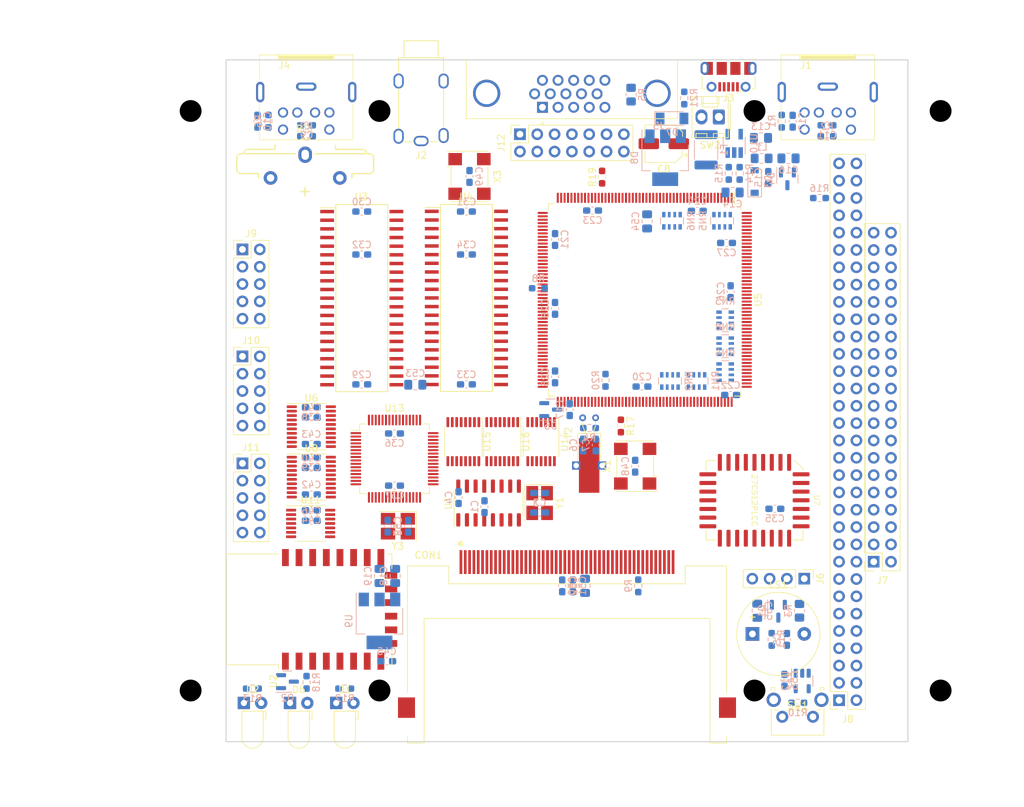
<source format=kicad_pcb>
(kicad_pcb (version 20210424) (generator pcbnew)
  (layers (0 "F.Cu" signal) (1 "In1.Cu" signal) (2 "In2.Cu" signal) (31 "B.Cu" signal) (34 "B.Paste" user) (35 "F.Paste" user) (36 "B.SilkS" user "B.Silkscreen") (37 "F.SilkS" user "F.Silkscreen") (38 "B.Mask" user) (39 "F.Mask" user) (44 "Edge.Cuts" user))
  (net 0 "")
  (net 1 "GND")
  (net 2 "Net-(C1-Pad2)")
  (net 3 "+5V")
  (net 4 "Net-(D2-Pad2)")
  (net 5 "Net-(J11-Pad4)")
  (net 6 "/USB_DM")
  (net 7 "/USB_DP")
  (net 8 "/DACK1")
  (net 9 "/DACK0")
  (net 10 "Net-(C5-Pad1)")
  (net 11 "Net-(C2-Pad1)")
  (net 12 "Net-(C3-Pad1)")
  (net 13 "Net-(D1-Pad2)")
  (net 14 "Net-(J6-Pad1)")
  (net 15 "Net-(J6-Pad2)")
  (net 16 "Net-(Q1-Pad1)")
  (net 17 "+BATT")
  (net 18 "Net-(F1-Pad2)")
  (net 19 "+3V3")
  (net 20 "Net-(C6-Pad1)")
  (net 21 "Net-(C7-Pad1)")
  (net 22 "/MEMW")
  (net 23 "/MEMR")
  (net 24 "/REFRESH")
  (net 25 "/MEMCS16")
  (net 26 "/MASTER")
  (net 27 "/IOCS16")
  (net 28 "/DACK5")
  (net 29 "/TC")
  (net 30 "/IOCHRDY")
  (net 31 "/AEN")
  (net 32 "/SD8")
  (net 33 "/SD9")
  (net 34 "/SD10")
  (net 35 "/SD11")
  (net 36 "/SD12")
  (net 37 "/SD13")
  (net 38 "/SD14")
  (net 39 "/SD15")
  (net 40 "/KBSJ")
  (net 41 "/XD7")
  (net 42 "/XD6")
  (net 43 "/XD5")
  (net 44 "/XD4")
  (net 45 "/XD3")
  (net 46 "/BD15")
  (net 47 "/BD14")
  (net 48 "/BD13")
  (net 49 "/BD12")
  (net 50 "/BD11")
  (net 51 "/BD10")
  (net 52 "/BD9")
  (net 53 "/BD8")
  (net 54 "/BD7")
  (net 55 "/BD6")
  (net 56 "/BD5")
  (net 57 "/BD4")
  (net 58 "/BD3")
  (net 59 "/BD2")
  (net 60 "/BD1")
  (net 61 "/BD0")
  (net 62 "/XD2")
  (net 63 "/XD1")
  (net 64 "/XD0")
  (net 65 "/SD7")
  (net 66 "/SD6")
  (net 67 "/SD5")
  (net 68 "/SD4")
  (net 69 "/SD3")
  (net 70 "/SD2")
  (net 71 "/SD1")
  (net 72 "/SD0")
  (net 73 "/SA15")
  (net 74 "/SA14")
  (net 75 "/SA13")
  (net 76 "/SA12")
  (net 77 "/SA11")
  (net 78 "/SA10")
  (net 79 "/SA9")
  (net 80 "/SA8")
  (net 81 "/SA7")
  (net 82 "/SA6")
  (net 83 "/SA5")
  (net 84 "/SA4")
  (net 85 "/SA3")
  (net 86 "/SA2")
  (net 87 "/SA1")
  (net 88 "/SA0")
  (net 89 "/SPKR")
  (net 90 "/WEJ")
  (net 91 "/RASJ0")
  (net 92 "/MA0")
  (net 93 "/MA1")
  (net 94 "/MA2")
  (net 95 "/MA3")
  (net 96 "/MA4")
  (net 97 "/MA5")
  (net 98 "/MA6")
  (net 99 "/MA7")
  (net 100 "/MA8")
  (net 101 "/MA9")
  (net 102 "/CAS0J1")
  (net 103 "/CAS0J0")
  (net 104 "/CAS1J0")
  (net 105 "/CAS1J1")
  (net 106 "/RASJ1")
  (net 107 "/MSCLK")
  (net 108 "/KBCLK")
  (net 109 "/KBDAT")
  (net 110 "/MSDAT")
  (net 111 "Net-(C15-Pad1)")
  (net 112 "Net-(C15-Pad2)")
  (net 113 "Net-(R14-Pad2)")
  (net 114 "/LA23")
  (net 115 "/LA22")
  (net 116 "/LA21")
  (net 117 "/LA20")
  (net 118 "/LA19")
  (net 119 "/LA18")
  (net 120 "/LA17")
  (net 121 "-12V")
  (net 122 "+12V")
  (net 123 "/SMEMW")
  (net 124 "/IOW")
  (net 125 "/SMEMR")
  (net 126 "/RESETL")
  (net 127 "/IRQ14")
  (net 128 "/IOR")
  (net 129 "/HDCS0")
  (net 130 "/HDCS1")
  (net 131 "Net-(J3-Pad1)")
  (net 132 "/~CF_BUSY")
  (net 133 "Net-(CON1-Pad46)")
  (net 134 "Net-(BT1-Pad1)")
  (net 135 "/DRQ7")
  (net 136 "/VGA_R")
  (net 137 "/VGA_G")
  (net 138 "/VGA_B")
  (net 139 "/DACK7")
  (net 140 "/SND_R")
  (net 141 "/RI1")
  (net 142 "/SBHE")
  (net 143 "/DRQ6")
  (net 144 "/DACK6")
  (net 145 "/DRQ5")
  (net 146 "/DRQ0")
  (net 147 "/DACK2")
  (net 148 "/DRQ1")
  (net 149 "/DRQ3")
  (net 150 "/DACK3")
  (net 151 "/DRQ2")
  (net 152 "/UART_INTA")
  (net 153 "/RX1")
  (net 154 "/0x3F8")
  (net 155 "/TX1")
  (net 156 "/0x2F8")
  (net 157 "/RX2")
  (net 158 "/UART_INTB")
  (net 159 "/UART_INTC")
  (net 160 "/0x3E8")
  (net 161 "/0x2E8")
  (net 162 "/UART_INTD")
  (net 163 "/TX2")
  (net 164 "/DSRA")
  (net 165 "Net-(U13-Pad25)")
  (net 166 "/CTSA")
  (net 167 "Net-(U15-Pad7)")
  (net 168 "/DTRA")
  (net 169 "/RTSA")
  (net 170 "/TXA")
  (net 171 "/TXB")
  (net 172 "/RTSB")
  (net 173 "/DTRB")
  (net 174 "/CTSB")
  (net 175 "/DSRB")
  (net 176 "/CDB")
  (net 177 "/RIB")
  (net 178 "/RXB")
  (net 179 "/CTS1")
  (net 180 "/RTS1")
  (net 181 "/DSR1")
  (net 182 "/DTR1")
  (net 183 "/DCD1")
  (net 184 "/RI2")
  (net 185 "/CTS2")
  (net 186 "/RTS2")
  (net 187 "/DSR2")
  (net 188 "/DTR2")
  (net 189 "/DCD2")
  (net 190 "/VGA_MON")
  (net 191 "Net-(J11-Pad1)")
  (net 192 "Net-(J11-Pad8)")
  (net 193 "Net-(J11-Pad6)")
  (net 194 "Net-(J12-Pad6)")
  (net 195 "/SND_L")
  (net 196 "Net-(J5-Pad9)")
  (net 197 "/RXA")
  (net 198 "/RIA")
  (net 199 "/VGA_HS")
  (net 200 "/VGA_VS")
  (net 201 "/CDA")
  (net 202 "/IRQ9")
  (net 203 "/IRQ7")
  (net 204 "/IRQ6")
  (net 205 "/IRQ5")
  (net 206 "/IRQ4")
  (net 207 "/IRQ3")
  (net 208 "/IRQ10")
  (net 209 "/IRQ11")
  (net 210 "/IRQ15")
  (net 211 "/SA19")
  (net 212 "/SA18")
  (net 213 "/SA17")
  (net 214 "/SA16")
  (net 215 "/IOCHCK")
  (net 216 "/RSTDRV")
  (net 217 "/NOWS")
  (net 218 "/SYSCLK")
  (net 219 "/BALE")
  (net 220 "/14MHz")
  (net 221 "/ESP_TX")
  (net 222 "/ESP_RX")
  (net 223 "/ESP_CTS")
  (net 224 "/ESP_RTS")
  (net 225 "Net-(R10-Pad2)")
  (net 226 "/RXC")
  (net 227 "/TXC")
  (net 228 "/RTSC")
  (net 229 "/DTRC")
  (net 230 "/DSRC")
  (net 231 "/CTSC")
  (net 232 "/CLK2")
  (net 233 "/PWG")
  (net 234 "/CTSD")
  (net 235 "/RTSD")
  (net 236 "/TXD")
  (net 237 "/RXD")
  (net 238 "Net-(D6-Pad1)")
  (net 239 "Net-(D6-Pad2)")
  (net 240 "/ESP_RST")
  (net 241 "Net-(J8-Pad59)")
  (net 242 "Net-(D7-Pad2)")
  (net 243 "Net-(U13-Pad46)")
  (net 244 "Net-(R17-Pad1)")
  (net 245 "Net-(R19-Pad1)")
  (net 246 "Net-(U13-Pad26)")
  (footprint "Connector_PinHeader_2.54mm:PinHeader_2x05_P2.54mm_Vertical" (layer "F.Cu") (at 101.8 91.0925)
    (fp_text reference "J10")
    (fp_text value "COM2")
  )
  (footprint "Crystal:Crystal_C38-LF_D3.0mm_L8.0mm_Horizontal_1EP_style2" (layer "F.Cu") (at 151.7 100.1)
    (fp_text reference "Y2")
    (fp_text value "32768 Hz")
  )
  (footprint "RF_Module:ESP-12E" (layer "F.Cu") (at 111.6 128.2 90)
    (fp_text reference "U2")
    (fp_text value "ESP-12E")
  )
  (footprint "Package_SO:SOIC-16_3.9x9.9mm_P1.27mm" (layer "F.Cu") (at 137.9 112.6 90)
    (fp_text reference "U1")
    (fp_text value "CH340G")
  )
  (footprint "Connector_PinSocket_2.54mm:PinSocket_2x32_P2.54mm_Vertical" (layer "F.Cu") (at 189.31 141.525 180)
    (fp_text reference "J8")
    (fp_text value "PC104")
  )
  (footprint "my:MountingHole_3.2mm_M3_dk5.2mm_Mask" (layer "F.Cu") (at 204.2 140.1)
    (fp_text reference "H6" hide)
    (fp_text value "MountingHole")
  )
  (footprint "Package_SO:TSSOP-14_4.4x5mm_P0.65mm" (layer "F.Cu") (at 111.8 115.6)
    (fp_text reference "U11")
    (fp_text value "TXB0104PW")
  )
  (footprint "Button_Switch_THT:SW_Tactile_SPST_Angled_PTS645Vx83-2LFS" (layer "F.Cu") (at 185.475 143.9525 180)
    (fp_text reference "SW1")
    (fp_text value "SW_Push")
  )
  (footprint "Connector_Dsub:DSUB-15-HD_Female_Horizontal_P2.29x1.98mm_EdgePinOffset3.03mm_Housed_MountingHolesOffset4.94mm" (layer "F.Cu") (at 145.8 54.56 180)
    (fp_text reference "J5")
    (fp_text value "DB15_Female_HighDensity_MountingHoles")
  )
  (footprint "my:SOJ-42" (layer "F.Cu") (at 134.6 83.47)
    (fp_text reference "U4")
    (fp_text value "MSM5118160F-JS")
  )
  (footprint "my:MountingHole_3.2mm_M3_dk5.2mm_Mask" (layer "F.Cu") (at 176.9 140.1)
    (fp_text reference "H3" hide)
    (fp_text value "MountingHole")
  )
  (footprint "my:MountingHole_3.2mm_M3_dk5.2mm_Mask" (layer "F.Cu") (at 121.9 55.1)
    (fp_text reference "H1" hide)
    (fp_text value "MountingHole")
  )
  (footprint "my:SOJ-42" (layer "F.Cu") (at 119.25 83.5)
    (fp_text reference "U3")
    (fp_text value "MSM5118160F-JS")
  )
  (footprint "Resistor_SMD:R_0603_1608Metric_Pad0.98x0.95mm_HandSolder" (layer "F.Cu") (at 157.3 101.3 -90)
    (fp_text reference "R17")
    (fp_text value "22")
  )
  (footprint "Connector_USB:USB_Micro-B_Molex-105017-0001" (layer "F.Cu") (at 173.1 50.09 180)
    (fp_text reference "J3")
    (fp_text value "USB_B_Micro")
  )
  (footprint "my:PJ-322" (layer "F.Cu") (at 128 52.805)
    (fp_text reference "J2")
    (fp_text value "PJ-322")
  )
  (footprint "LED_THT:LED_D3.0mm_Horizontal_O1.27mm_Z6.0mm" (layer "F.Cu") (at 115.55 141.925)
    (fp_text reference "D1")
    (fp_text value "LED_Red")
  )
  (footprint "Package_QFP:LQFP-64_10x10mm_P0.5mm" (layer "F.Cu") (at 124.1 106.1)
    (fp_text reference "U13")
    (fp_text value "ST16C554")
  )
  (footprint "my:MountingHole_3.2mm_M3_dk5.2mm_Mask" (layer "F.Cu") (at 94.2 140.1)
    (fp_text reference "H7" hide)
    (fp_text value "MountingHole")
  )
  (footprint "Resistor_SMD:R_0603_1608Metric_Pad0.98x0.95mm_HandSolder" (layer "F.Cu") (at 154.55 64.8 90)
    (fp_text reference "R19")
    (fp_text value "22")
  )
  (footprint "Connector_PinSocket_2.54mm:PinSocket_2x07_P2.54mm_Vertical" (layer "F.Cu") (at 142.5 58.51 90)
    (fp_text reference "J12")
    (fp_text value "Conn_02x07_Odd_Even")
  )
  (footprint "Package_QFP:PQFP-208_28x28mm_P0.5mm" (layer "F.Cu") (at 160.8 82.8 -90)
    (fp_text reference "U5")
    (fp_text value "M6117D")
  )
  (footprint "Oscillator:Oscillator_SMD_SeikoEpson_SG8002CA-4Pin_7.0x5.0mm" (layer "F.Cu") (at 159.4 107.2 90)
    (fp_text reference "X1")
    (fp_text value "14.318 MHz")
  )
  (footprint "Package_SO:TSSOP-20_4.4x6.5mm_P0.65mm" (layer "F.Cu") (at 111.9 101.4)
    (fp_text reference "U6")
    (fp_text value "GD75232PW")
  )
  (footprint "my:PLCC-32_11.4x14.0mm_P1.27mm-longpads" (layer "F.Cu") (at 176.9 112.2 -90)
    (fp_text reference "U7")
    (fp_text value "27C512PLCC")
  )
  (footprint "Capacitor_SMD:CP_Elec_5x5.9" (layer "F.Cu") (at 163.6 59.9 180)
    (fp_text reference "C8")
    (fp_text value "47u")
  )
  (footprint "my:MountingHole_3.2mm_M3_dk5.2mm_Mask" (layer "F.Cu") (at 176.9 55.1)
    (fp_text reference "H2" hide)
    (fp_text value "MountingHole")
  )
  (footprint "LED_THT:LED_D3.0mm_Horizontal_O1.27mm_Z6.0mm" (layer "F.Cu") (at 108.78 141.925)
    (fp_text reference "D6")
    (fp_text value "LED_Blue")
  )
  (footprint "Package_SO:TSSOP-14_4.4x5mm_P0.65mm" (layer "F.Cu") (at 145.6 103.6 -90)
    (fp_text reference "U14")
    (fp_text value "74HCT32")
  )
  (footprint "my:TE_1734451-1-LONG" (layer "F.Cu") (at 149.4 121.2625)
    (fp_text reference "CON1")
    (fp_text value "CF-CARD-cfcard")
  )
  (footprint "my:MountingHole_3.2mm_M3_dk5.2mm_Mask" (layer "F.Cu") (at 204.2 55.1)
    (fp_text reference "H8" hide)
    (fp_text value "MountingHole")
  )
  (footprint "my:MountingHole_3.2mm_M3_dk5.2mm_Mask" (layer "F.Cu") (at 94.2 55.1)
    (fp_text reference "H5" hide)
    (fp_text value "MountingHole")
  )
  (footprint "Crystal:Crystal_SMD_SeikoEpson_TSX3225-4Pin_3.2x2.5mm_HandSoldering" (layer "F.Cu") (at 145.3875 112.6 -90)
    (fp_text reference "Y1")
    (fp_text value "12 MHz")
  )
  (footprint "Crystal:Crystal_SMD_SeikoEpson_TSX3225-4Pin_3.2x2.5mm_HandSoldering" (layer "F.Cu") (at 124.6 116 180)
    (fp_text reference "Y3")
    (fp_text value "14.7456 MHz")
  )
  (footprint "Connector_PinSocket_2.54mm:PinSocket_2x20_P2.54mm_Vertical" (layer "F.Cu") (at 194.385 121.21 180)
    (fp_text reference "J7")
    (fp_text value "PC104_16")
  )
  (footprint "my:MountingHole_3.2mm_M3_dk5.2mm_Mask" (layer "F.Cu") (at 121.9 140.1)
    (fp_text reference "H4" hide)
    (fp_text value "MountingHole")
  )
  (footprint "Connector_Molex:Molex_KK-254_AE-6410-02A_1x02_P2.54mm_Vertical" (layer "F.Cu") (at 171.67 55.98 180)
    (fp_text reference "SW2")
    (fp_text value "Jumper / Pin header 1x2 Pitch=2.54mm")
  )
  (footprint "LED_THT:LED_D3.0mm_Horizontal_O1.27mm_Z6.0mm" (layer "F.Cu") (at 102.01 141.925)
    (fp_text reference "D2")
    (fp_text value "LED_Green")
  )
  (footprint "Connector_PinHeader_2.54mm:PinHeader_2x05_P2.54mm_Vertical" (layer "F.Cu") (at 101.8 75.405)
    (fp_text reference "J9")
    (fp_text value "COM1")
  )
  (footprint "Oscillator:Oscillator_SMD_SeikoEpson_SG8002CA-4Pin_7.0x5.0mm" (layer "F.Cu") (at 135.1 64.7 -90)
    (fp_text reference "X3")
    (fp_text value "80 MHz")
  )
  (footprint "Package_SO:TSSOP-16_4.4x5mm_P0.65mm" (layer "F.Cu") (at 134.2 103.6 -90)
    (fp_text reference "U15")
    (fp_text value "74HCT138")
  )
  (footprint "my:MINI_DIN_6_33PRIMARY" (layer "F.Cu") (at 111.15 53.1)
    (fp_text reference "J4")
    (fp_text value "Mini-DIN-6" hide)
  )
  (footprint "Buzzer_Beeper:Buzzer_12x9.5RM7.6" (layer "F.Cu") (at 176.6 131.8)
    (fp_text reference "LS1")
    (fp_text value "Speaker")
  )
  (footprint "my:CR2032V" (layer "F.Cu") (at 105.92 64.9198)
    (fp_text reference "BT1")
    (fp_text value "1775485-1 or S8401-46")
  )
  (footprint "Connector_PinHeader_2.54mm:PinHeader_1x04_P2.54mm_Vertical" (layer "F.Cu") (at 184.2 123.7 -90)
    (fp_text reference "J6")
    (fp_text value "Conn_01x04")
  )
  (footprint "Package_SO:TSSOP-16_4.4x5mm_P0.65mm" (layer "F.Cu") (at 139.9 103.6 -90)
    (fp_text reference "U16")
    (fp_text value "74HCT138")
  )
  (footprint "my:MINI_DIN_6_33PRIMARY" (layer "F.Cu") (at 187.65 53.1)
    (fp_text reference "J1")
    (fp_text value "Mini-DIN-6" hide)
  )
  (footprint "Connector_PinHeader_2.54mm:PinHeader_2x05_P2.54mm_Vertical" (layer "F.Cu") (at 101.8 106.78)
    (fp_text reference "J11")
    (fp_text value "ESP")
  )
  (footprint "Package_SO:TSSOP-20_4.4x6.5mm_P0.65mm" (layer "F.Cu") (at 111.9 108.8)
    (fp_text reference "U8")
    (fp_text value "GD75232PW")
  )
  (footprint "Resistor_SMD:R_0603_1608Metric_Pad0.98x0.95mm_HandSolder" (layer "B.Cu") (at 155.05 94.6 -90)
    (fp_text reference "R20")
    (fp_text value "4.7k")
  )
  (footprint "Package_TO_SOT_SMD:SOT-23" (layer "B.Cu") (at 181.725 65.05 -90)
    (fp_text reference "D4")
    (fp_text value "BAT54S")
  )
  (footprint "Resistor_SMD:R_0805_2012Metric_Pad1.20x1.40mm_HandSolder" (layer "B.Cu") (at 183.5 128.4 -90)
    (fp_text reference "R3")
    (fp_text value "33")
  )
  (footprint "Fuse:Fuse_1812_4532Metric_Pad1.30x3.40mm_HandSolder" (layer "B.Cu") (at 169.8 60.8 90)
    (fp_text reference "F1")
    (fp_text value "2A")
  )
  (footprint "Diode_SMD:D_MiniMELF" (layer "B.Cu") (at 164.8 56.2)
    (fp_text reference "D7")
    (fp_text value "BZV55C5V6")
  )
  (footprint "Capacitor_SMD:C_0603_1608Metric_Pad1.08x0.95mm_HandSolder" (layer "B.Cu") (at 123.1 116 90)
    (fp_text reference "C57")
    (fp_text value "22p")
  )
  (footprint "Capacitor_SMD:C_0805_2012Metric_Pad1.18x1.45mm_HandSolder" (layer "B.Cu") (at 161.15 71.29 -90)
    (fp_text reference "C54")
    (fp_text value "10u")
  )
  (footprint "Resistor_SMD:R_0603_1608Metric_Pad0.98x0.95mm_HandSolder" (layer "B.Cu") (at 145.2 81.1 180)
    (fp_text reference "R8")
    (fp_text value "4.7k")
  )
  (footprint "Inductor_SMD:L_0805_2012Metric_Pad1.15x1.40mm_HandSolder" (layer "B.Cu") (at 177.95 62.05 180)
    (fp_text reference "L1")
    (fp_text value "L")
  )
  (footprint "Resistor_SMD:R_0603_1608Metric_Pad0.98x0.95mm_HandSolder" (layer "B.Cu") (at 186.4332 67.8692 180)
    (fp_text reference "R16")
    (fp_text value "22")
  )
  (footprint "Capacitor_SMD:C_0603_1608Metric_Pad1.08x0.95mm_HandSolder" (layer "B.Cu") (at 181.65 132.6 -90)
    (fp_text reference "C5")
    (fp_text value "10n")
  )
  (footprint "Capacitor_SMD:C_0603_1608Metric_Pad1.08x0.95mm_HandSolder" (layer "B.Cu") (at 145.3875 111.125)
    (fp_text reference "C2")
    (fp_text value "22p")
  )
  (footprint "Capacitor_SMD:C_0805_2012Metric_Pad1.18x1.45mm_HandSolder" (layer "B.Cu") (at 152.05 124.75 -90)
    (fp_text reference "C52")
    (fp_text value "10u")
  )
  (footprint "Resistor_SMD:R_Array_Convex_4x0603" (layer "B.Cu") (at 172.6 85.8 180)
    (fp_text reference "RN3")
    (fp_text value "4.7k")
  )
  (footprint "Capacitor_SMD:C_0603_1608Metric_Pad1.08x0.95mm_HandSolder" (layer "B.Cu") (at 122.9625 135.8 180)
    (fp_text reference "C45")
    (fp_text value "100n")
  )
  (footprint "Capacitor_SMD:C_0603_1608Metric_Pad1.08x0.95mm_HandSolder" (layer "B.Cu") (at 160.4 95.52 180)
    (fp_text reference "C20")
    (fp_text value "100n")
  )
  (footprint "Capacitor_SMD:C_0603_1608Metric_Pad1.08x0.95mm_HandSolder" (layer "B.Cu") (at 111.9 113.65)
    (fp_text reference "C44")
    (fp_text value "100n")
  )
  (footprint "Resistor_SMD:R_Array_Convex_4x0603" (layer "B.Cu") (at 164.5 94.7 90)
    (fp_text reference "RN2")
    (fp_text value "4.7k")
  )
  (footprint "Capacitor_SMD:C_0805_2012Metric_Pad1.18x1.45mm_HandSolder" (layer "B.Cu") (at 124.2 123.3 -90)
    (fp_text reference "C18")
    (fp_text value "10u")
  )
  (footprint "Capacitor_SMD:C_0603_1608Metric_Pad1.08x0.95mm_HandSolder" (layer "B.Cu") (at 172.8 74.45)
    (fp_text reference "C27")
    (fp_text value "100n")
  )
  (footprint "Capacitor_SMD:C_0603_1608Metric_Pad1.08x0.95mm_HandSolder" (layer "B.Cu") (at 151.78 104.1 -90)
    (fp_text reference "C6")
    (fp_text value "15p")
  )
  (footprint "Capacitor_SMD:C_0603_1608Metric_Pad1.08x0.95mm_HandSolder" (layer "B.Cu") (at 168.5125 69.75 180)
    (fp_text reference "C24")
    (fp_text value "100n")
  )
  (footprint "Capacitor_SMD:C_0603_1608Metric_Pad1.08x0.95mm_HandSolder" (layer "B.Cu") (at 147.65 94.1 -90)
    (fp_text reference "C25")
    (fp_text value "100n")
  )
  (footprint "Package_TO_SOT_SMD:SOT-23" (layer "B.Cu") (at 108.4 138.8)
    (fp_text reference "Q2")
    (fp_text value "BC856")
  )
  (footprint "Package_TO_SOT_SMD:SOT-223-3_TabPin2" (layer "B.Cu") (at 121.9 129.9 -90)
    (fp_text reference "U9")
    (fp_text value "AMS1117-3.3")
  )
  (footprint "Capacitor_SMD:C_0805_2012Metric_Pad1.18x1.45mm_HandSolder" (layer "B.Cu") (at 177.3 128.4 90)
    (fp_text reference "C55")
    (fp_text value "10u")
  )
  (footprint "Capacitor_SMD:C_0603_1608Metric_Pad1.08x0.95mm_HandSolder" (layer "B.Cu") (at 150.25 124.75 90)
    (fp_text reference "C51")
    (fp_text value "100n")
  )
  (footprint "Capacitor_SMD:C_0603_1608Metric_Pad1.08x0.95mm_HandSolder" (layer "B.Cu") (at 111.9 105.9)
    (fp_text reference "C39")
    (fp_text value "100n")
  )
  (footprint "Capacitor_SMD:C_0603_1608Metric_Pad1.08x0.95mm_HandSolder" (layer "B.Cu") (at 119.3 69.85 180)
    (fp_text reference "C30")
    (fp_text value "100n")
  )
  (footprint "Capacitor_SMD:C_0603_1608Metric_Pad1.08x0.95mm_HandSolder" (layer "B.Cu") (at 147.65 84.05 -90)
    (fp_text reference "C28")
    (fp_text value "100n")
  )
  (footprint "Package_TO_SOT_SMD:SOT-23" (layer "B.Cu") (at 147 98.9)
    (fp_text reference "D5")
    (fp_text value "BAT54C")
  )
  (footprint "Capacitor_SMD:C_0603_1608Metric_Pad1.08x0.95mm_HandSolder" (layer "B.Cu") (at 135.1 64.7 90)
    (fp_text reference "C49")
    (fp_text value "100n")
  )
  (footprint "Capacitor_SMD:C_0603_1608Metric_Pad1.08x0.95mm_HandSolder" (layer "B.Cu") (at 111.9 107.45 180)
    (fp_text reference "C40")
    (fp_text value "100n")
  )
  (footprint "Capacitor_SMD:C_0603_1608Metric_Pad1.08x0.95mm_HandSolder" (layer "B.Cu") (at 153.62 104.1 -90)
    (fp_text reference "C7")
    (fp_text value "15p")
  )
  (footprint "Diode_SMD:D_SOD-123" (layer "B.Cu") (at 176.925 65.45 90)
    (fp_text reference "D3")
    (fp_text value "MBR0520")
  )
  (footprint "Capacitor_SMD:C_0603_1608Metric_Pad1.08x0.95mm_HandSolder" (layer "B.Cu") (at 181.3 138.6 90)
    (fp_text reference "C56")
    (fp_text value "100n")
  )
  (footprint "Capacitor_SMD:C_0603_1608Metric_Pad1.08x0.95mm_HandSolder" (layer "B.Cu") (at 134.65 69.85 180)
    (fp_text reference "C31")
    (fp_text value "100n")
  )
  (footprint "Capacitor_SMD:C_0603_1608Metric_Pad1.08x0.95mm_HandSolder" (layer "B.Cu") (at 133.5 111.8 -90)
    (fp_text reference "C4")
    (fp_text value "100n")
  )
  (footprint "Capacitor_SMD:C_0603_1608Metric_Pad1.08x0.95mm_HandSolder" (layer "B.Cu") (at 137.3 113.1375 -90)
    (fp_text reference "C1")
    (fp_text value "10n")
  )
  (footprint "Resistor_SMD:R_0603_1608Metric_Pad0.98x0.95mm_HandSolder" (layer "B.Cu") (at 103.26 139.82)
    (fp_text reference "R13")
    (fp_text value "470")
  )
  (footprint "Resistor_SMD:R_0603_1608Metric_Pad0.98x0.95mm_HandSolder" (layer "B.Cu") (at 173.125 64.25 -90)
    (fp_text reference "R15")
    (fp_text value "R")
  )
  (footprint "Resistor_SMD:R_Array_Convex_4x0603" (layer "B.Cu") (at 172.15 71.2 -90)
    (fp_text reference "RN5")
    (fp_text value "330")
  )
  (footprint "Resistor_SMD:R_Array_Convex_4x0603" (layer "B.Cu") (at 172.6 93.4 180)
    (fp_text reference "RN4")
    (fp_text value "330")
  )
  (footprint "Resistor_SMD:R_0603_1608Metric_Pad0.98x0.95mm_HandSolder" (layer "B.Cu") (at 180.9 56.6 -90)
    (fp_text reference "R1")
    (fp_text value "4.7k")
  )
  (footprint "Capacitor_SMD:C_0603_1608Metric_Pad1.08x0.95mm_HandSolder" (layer "B.Cu") (at 111.2 57.2)
    (fp_text reference "C9")
    (fp_text value "47p")
  )
  (footprint "Capacitor_SMD:C_0603_1608Metric_Pad1.08x0.95mm_HandSolder" (layer "B.Cu") (at 111.9 111.35 180)
    (fp_text reference "C42")
    (fp_text value "100n")
  )
  (footprint "Resistor_SMD:R_0603_1608Metric_Pad0.98x0.95mm_HandSolder" (layer "B.Cu") (at 111.2 58.8 180)
    (fp_text reference "R7")
    (fp_text value "4.7k")
  )
  (footprint "Capacitor_SMD:C_0603_1608Metric_Pad1.08x0.95mm_HandSolder" (layer "B.Cu") (at 134.65 95.2 180)
    (fp_text reference "C33")
    (fp_text value "100n")
  )
  (footprint "Capacitor_SMD:C_0603_1608Metric_Pad1.08x0.95mm_HandSolder" (layer "B.Cu") (at 134.65 76.15 180)
    (fp_text reference "C34")
    (fp_text value "100n")
  )
  (footprint "Capacitor_SMD:C_0603_1608Metric_Pad1.08x0.95mm_HandSolder" (layer "B.Cu") (at 111.9 100.05 180)
    (fp_text reference "C41")
    (fp_text value "100n")
  )
  (footprint "Capacitor_SMD:C_0603_1608Metric_Pad1.08x0.95mm_HandSolder" (layer "B.Cu") (at 111.9 98.55)
    (fp_text reference "C38")
    (fp_text value "100n")
  )
  (footprint "Resistor_SMD:R_Array_Convex_4x0603" (layer "B.Cu") (at 164.8 71.2 90)
    (fp_text reference "RN6")
    (fp_text value "4.7k")
  )
  (footprint "Capacitor_SMD:C_0603_1608Metric_Pad1.08x0.95mm_HandSolder" (layer "B.Cu") (at 173.4 81.6 -90)
    (fp_text reference "C26")
    (fp_text value "100n")
  )
  (footprint "Resistor_SMD:R_Array_Convex_4x0603" (layer "B.Cu") (at 168.4 94.7 90)
    (fp_text reference "RN1")
    (fp_text value "4.7k")
  )
  (footprint "Resistor_SMD:R_0603_1608Metric_Pad0.98x0.95mm_HandSolder" (layer "B.Cu") (at 179.42 132.6 90)
    (fp_text reference "R11")
    (fp_text value "1k")
  )
  (footprint "Capacitor_SMD:C_0805_2012Metric_Pad1.18x1.45mm_HandSolder" (layer "B.Cu") (at 127.15 95.25 180)
    (fp_text reference "C53")
    (fp_text value "10u")
  )
  (footprint "Capacitor_SMD:C_0603_1608Metric_Pad1.08x0.95mm_HandSolder" (layer "B.Cu") (at 119.3 76.15 180)
    (fp_text reference "C32")
    (fp_text value "100n")
  )
  (footprint "Capacitor_SMD:C_0603_1608Metric_Pad1.08x0.95mm_HandSolder" (layer "B.Cu") (at 147.65 73.95 90)
    (fp_text reference "C21")
    (fp_text value "100n")
  )
  (footprint "Capacitor_SMD:C_0603_1608Metric_Pad1.08x0.95mm_HandSolder" (layer "B.Cu") (at 187.5375 57.2)
    (fp_text reference "C11")
    (fp_text value "47p")
  )
  (footprint "Resistor_SMD:R_0603_1608Metric_Pad0.98x0.95mm_HandSolder" (layer "B.Cu") (at 105.6 56.6 -90)
    (fp_text reference "R6")
    (fp_text value "4.7k")
  )
  (footprint "Resistor_SMD:R_0603_1608Metric_Pad0.98x0.95mm_HandSolder" (layer "B.Cu") (at 159.85 124.75 -90)
    (fp_text reference "R9")
    (fp_text value "4.7k")
  )
  (footprint "Capacitor_SMD:C_0603_1608Metric_Pad1.08x0.95mm_HandSolder" (layer "B.Cu") (at 149.8 98.9 -90)
    (fp_text reference "C17")
    (fp_text value "100n")
  )
  (footprint "Resistor_SMD:R_Array_Convex_4x0603" (layer "B.Cu") (at 172.6 89.6 180)
    (fp_text reference "RN8")
    (fp_text value "1k")
  )
  (footprint "Resistor_SMD:R_0805_2012Metric_Pad1.20x1.40mm_HandSolder" (layer "B.Cu") (at 158.8 52.7 90)
    (fp_text reference "R5")
    (fp_text value "0")
  )
  (footprint "Capacitor_SMD:C_0603_1608Metric_Pad1.08x0.95mm_HandSolder" (layer "B.Cu") (at 159.4 107.2 -90)
    (fp_text reference "C48")
    (fp_text value "100n")
  )
  (footprint "Package_TO_SOT_SMD:SOT-23" (layer "B.Cu") (at 180.4 128.47 -90)
    (fp_text reference "Q1")
    (fp_text value "BC817")
  )
  (footprint "Capacitor_SMD:C_0603_1608Metric_Pad1.08x0.95mm_HandSolder" (layer "B.Cu") (at 119.3 95.2 180)
    (fp_text reference "C29")
    (fp_text value "100n")
  )
  (footprint "Capacitor_SMD:C_0805_2012Metric_Pad1.18x1.45mm_HandSolder" (layer "B.Cu") (at 177.85 59.05 180)
    (fp_text reference "C13")
    (fp_text value "2.2u")
  )
  (footprint "Resistor_SMD:R_0603_1608Metric_Pad0.98x0.95mm_HandSolder" (layer "B.Cu") (at 174.725 64.25 90)
    (fp_text reference "R14")
    (fp_text value "R")
  )
  (footprint "Capacitor_SMD:C_0603_1608Metric_Pad1.08x0.95mm_HandSolder" (layer "B.Cu") (at 182.5 56.6 90)
    (fp_text reference "C12")
    (fp_text value "47p")
  )
  (footprint "Package_TO_SOT_SMD:SOT-23-5_HandSoldering" (layer "B.Cu") (at 173.925 59.85 90)
    (fp_text reference "U10")
    (fp_text value "LT1930")
  )
  (footprint "Capacitor_SMD:C_0805_2012Metric_Pad1.18x1.45mm_HandSolder" (layer "B.Cu") (at 173.6875 67.05)
    (fp_text reference "C14")
    (fp_text value "10u")
  )
  (footprint "Capacitor_SMD:C_0603_1608Metric_Pad1.08x0.95mm_HandSolder" (layer "B.Cu") (at 179.8875 113.45)
    (fp_text reference "C35")
    (fp_text value "100n")
  )
  (footprint "Capacitor_SMD:C_0603_1608Metric_Pad1.08x0.95mm_HandSolder" (layer "B.Cu") (at 124.1 110.05)
    (fp_text reference "C37")
    (fp_text value "100n")
  )
  (footprint "Capacitor_SMD:C_0603_1608Metric_Pad1.08x0.95mm_HandSolder" (layer "B.Cu") (at 104 56.6 90)
    (fp_text reference "C10")
    (fp_text value "47p")
  )
  (footprint "Capacitor_SMD:C_0603_1608Metric_Pad1.08x0.95mm_HandSolder" (layer "B.Cu") (at 178.925 64.85 -90)
    (fp_text reference "C15")
    (fp_text value "100n")
  )
  (footprint "Resistor_SMD:R_0603_1608Metric_Pad0.98x0.95mm_HandSolder" (layer "B.Cu") (at 111.2 138.9 90)
    (fp_text reference "R18")
    (fp_text value "470")
  )
  (footprint "Capacitor_SMD:C_0603_1608Metric_Pad1.08x0.95mm_HandSolder" (layer "B.Cu") (at 173.4 96.75 180)
    (fp_text reference "C22")
    (fp_text value "100n")
  )
  (footprint "Capacitor_SMD:C_0603_1608Metric_Pad1.08x0.95mm_HandSolder" (layer "B.Cu") (at 124.1 102.4)
    (fp_text reference "C36")
    (fp_text value "100n")
  )
  (footprint "Capacitor_SMD:C_0603_1608Metric_Pad1.08x0.95mm_HandSolder" (layer "B.Cu") (at 111.9 103.95 180)
    (fp_text reference "C43")
    (fp_text value "100n")
  )
  (footprint "Resistor_SMD:R_0603_1608Metric_Pad0.98x0.95mm_HandSolder" (layer "B.Cu") (at 187.5375 58.8 180)
    (fp_text reference "R2")
    (fp_text value "4.7k")
  )
  (footprint "Capacitor_SMD:C_0603_1608Metric_Pad1.08x0.95mm_HandSolder" (layer "B.Cu") (at 111.9 115.2 180)
    (fp_text reference "C46")
    (fp_text value "100n")
  )
  (footprint "Resistor_SMD:R_0603_1608Metric_Pad0.98x0.95mm_HandSolder" (layer "B.Cu") (at 166.6 53.2 90)
    (fp_text reference "R21")
    (fp_text value "1k")
  )
  (footprint "Capacitor_SMD:C_0603_1608Metric_Pad1.08x0.95mm_HandSolder" (layer "B.Cu") (at 145.3875 114 180)
    (fp_text reference "C3")
    (fp_text value "22p")
  )
  (footprint "Package_TO_SOT_SMD:SOT-223-3_TabPin2" (layer "B.Cu") (at 163.8 61.95 -90)
    (fp_text reference "D8")
    (fp_text value "BT168GW")
  )
  (footprint "Capacitor_SMD:C_0603_1608Metric_Pad1.08x0.95mm_HandSolder" (layer "B.Cu") (at 126.1 116 -90)
    (fp_text reference "C58")
    (fp_text value "22p")
  )
  (footprint "Capacitor_SMD:C_0805_2012Metric_Pad1.18x1.45mm_HandSolder" (layer "B.Cu") (at 181.8875 62.05)
    (fp_text reference "C16")
    (fp_text value "1u")
  )
  (footprint "Resistor_SMD:R_0603_1608Metric_Pad0.98x0.95mm_HandSolder" (layer "B.Cu") (at 116.8 139.82)
    (fp_text reference "R12")
    (fp_text value "470")
  )
  (footprint "Resistor_SMD:R_0603_1608Metric_Pad0.98x0.95mm_HandSolder" (layer "B.Cu") (at 183.25 141.9)
    (fp_text reference "R10")
    (fp_text value "10k")
  )
  (footprint "Capacitor_SMD:C_0805_2012Metric_Pad1.18x1.45mm_HandSolder" (layer "B.Cu") (at 121.9 123.3 -90)
    (fp_text reference "C19")
    (fp_text value "10u")
  )
  (footprint "Capacitor_SMD:C_0603_1608Metric_Pad1.08x0.95mm_HandSolder" (layer "B.Cu") (at 153.15 69.7)
    (fp_text reference "C23")
    (fp_text value "100n")
  )
  (footprint "Resistor_SMD:R_0603_1608Metric_Pad0.98x0.95mm_HandSolder" (layer "B.Cu") (at 152.7 101.6)
    (fp_text reference "R4")
    (fp_text value "10M")
  )
  (footprint "Capacitor_SMD:C_0603_1608Metric_Pad1.08x0.95mm_HandSolder" (layer "B.Cu") (at 148.7 124.75 90)
    (fp_text reference "C50")
    (fp_text value "100n")
  )
  (footprint "Package_TO_SOT_SMD:SOT-23-5" (layer "B.Cu") (at 183.9 138.7 -90)
    (fp_text reference "U12")
    (fp_text value "MAX823LEUK")
  )
  (gr_rect (start 99.4 47.6) (end 199.4 147.6) (layer "Edge.Cuts") (width 0.15) (fill none))
)
</source>
